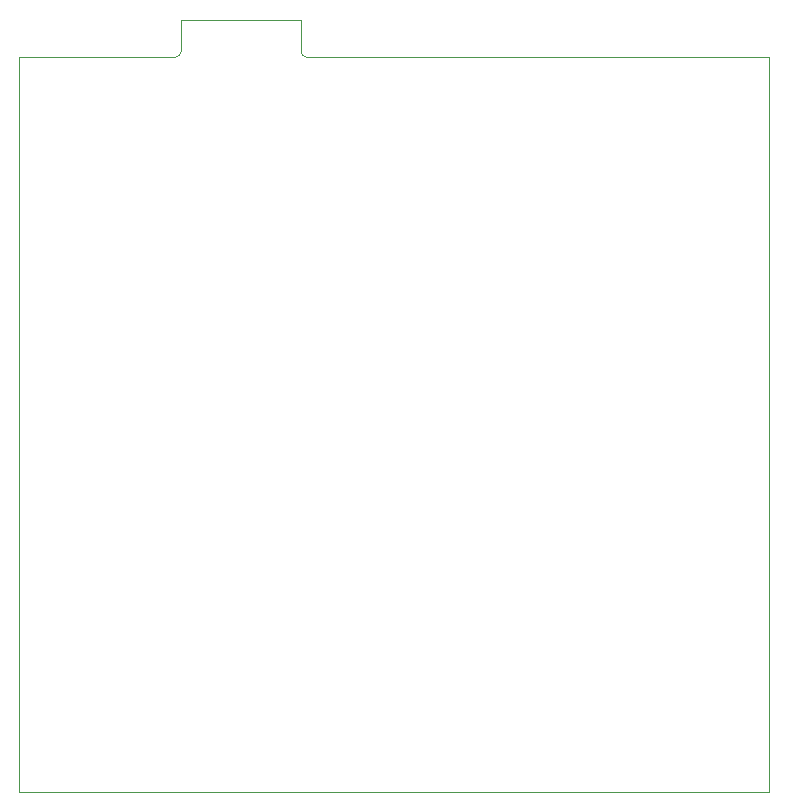
<source format=gbr>
%TF.GenerationSoftware,KiCad,Pcbnew,8.0.7*%
%TF.CreationDate,2025-01-06T22:32:22+01:00*%
%TF.ProjectId,hd_64_v0,68645f36-345f-4763-902e-6b696361645f,0.2*%
%TF.SameCoordinates,PX4737720PY55fe290*%
%TF.FileFunction,Profile,NP*%
%FSLAX46Y46*%
G04 Gerber Fmt 4.6, Leading zero omitted, Abs format (unit mm)*
G04 Created by KiCad (PCBNEW 8.0.7) date 2025-01-06 22:32:22*
%MOMM*%
%LPD*%
G01*
G04 APERTURE LIST*
%TA.AperFunction,Profile*%
%ADD10C,0.050000*%
%TD*%
G04 APERTURE END LIST*
D10*
X13208000Y62230000D02*
X0Y62230000D01*
X13716000Y62738000D02*
G75*
G02*
X13208000Y62230000I-508000J0D01*
G01*
X23876000Y62738000D02*
X23876000Y65405000D01*
X63500000Y0D02*
X63500000Y62230000D01*
X13716000Y65405000D02*
X13716000Y62738000D01*
X0Y62230000D02*
X0Y0D01*
X23876000Y65405000D02*
X13716000Y65405000D01*
X0Y0D02*
X63500000Y0D01*
X24384000Y62230000D02*
G75*
G02*
X23876000Y62738000I0J508000D01*
G01*
X24384000Y62230000D02*
X63500000Y62230000D01*
M02*

</source>
